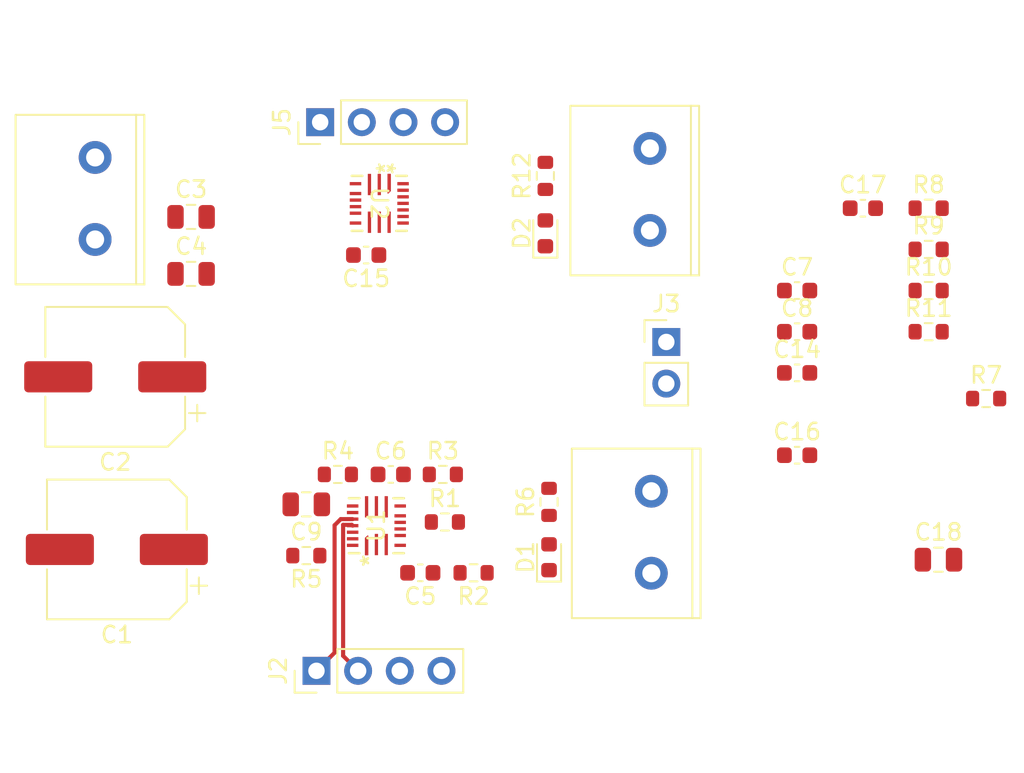
<source format=kicad_pcb>
(kicad_pcb (version 20221018) (generator pcbnew)
  (layers (0 "F.Cu" signal) (31 "B.Cu" signal) (34 "B.Paste" user) (35 "F.Paste" user) (36 "B.SilkS" user "B.Silkscreen") (37 "F.SilkS" user "F.Silkscreen") (38 "B.Mask" user) (39 "F.Mask" user) (44 "Edge.Cuts" user))
  (net 0 "")
  (net 1 "GND")
  (net 2 "/VIN")
  (net 3 "/OUT1")
  (net 4 "/OUT2")
  (net 5 "/OUT4")
  (net 6 "/OUT3")
  (net 7 "/IN1")
  (net 8 "/IN2")
  (net 9 "/EN")
  (net 10 "/NFAULT")
  (net 11 "/IN3")
  (net 12 "/IN4")
  (net 13 "/EN_2")
  (net 14 "/NFAULT_2")
  (net 15 "Net-(U1-BST1)")
  (net 16 "Net-(U1-BST2)")
  (net 17 "Net-(U1-IFB)")
  (net 18 "Net-(U2-BST2)")
  (net 19 "Net-(U2-IFB)")
  (net 20 "Net-(U2-BST1)")
  (net 25 "Net-(C5-Pad1)")
  (net 26 "Net-(C7-Pad2)")
  (net 27 "Net-(D1-A)")
  (net 28 "Net-(C14-Pad1)")
  (net 29 "Net-(C16-Pad2)")
  (net 30 "Net-(D2-A)")
  (net 31 "/ISET")
  (net 32 "/ISET_2")
  (net 33 "Net-(D1-K)")
  (net 34 "Net-(D2-K)")
  (footprint "Resistor_SMD:R_0603_1608Metric" (layer "F.Cu") (at 126.15 83.95)
    (fp_text reference "R7" (at 0 -1.43) (layer "F.SilkS"))
    (fp_text value "50mΩ")
    (fp_line (start -0.237258 -0.5225) (end 0.237258 -0.5225) (stroke (width 0.12)) (layer "F.SilkS"))
    (fp_line (start -0.237258 0.5225) (end 0.237258 0.5225) (stroke (width 0.12)) (layer "F.SilkS"))
    (pad "1" smd roundrect (at -0.825 0) (size 0.8 0.95) (layers "F.Cu" "F.Paste" "F.Mask") (net 19 "Net-(U2-IFB)"))
    (pad "2" smd roundrect (at 0.825 0) (size 0.8 0.95) (layers "F.Cu" "F.Paste" "F.Mask") (net 1 "GND"))
  )
  (footprint "Capacitor_SMD:C_0603_1608Metric" (layer "F.Cu") (at 114.625 82.385)
    (fp_text reference "C14" (at 0 -1.43) (layer "F.SilkS"))
    (fp_text value "0.1uF")
    (fp_line (start -0.14058 -0.51) (end 0.14058 -0.51) (stroke (width 0.12)) (layer "F.SilkS"))
    (fp_line (start -0.14058 0.51) (end 0.14058 0.51) (stroke (width 0.12)) (layer "F.SilkS"))
    (pad "1" smd roundrect (at -0.775 0) (size 0.9 0.95) (layers "F.Cu" "F.Paste" "F.Mask") (net 28 "Net-(C14-Pad1)"))
    (pad "2" smd roundrect (at 0.775 0) (size 0.9 0.95) (layers "F.Cu" "F.Paste" "F.Mask") (net 5 "/OUT4"))
  )
  (footprint "Resistor_SMD:R_0603_1608Metric" (layer "F.Cu") (at 94.9 94.575 180)
    (fp_text reference "R2" (at 0 -1.43) (layer "F.SilkS"))
    (fp_text value "10Ω")
    (fp_line (start -0.237258 -0.5225) (end 0.237258 -0.5225) (stroke (width 0.12)) (layer "F.SilkS"))
    (fp_line (start -0.237258 0.5225) (end 0.237258 0.5225) (stroke (width 0.12)) (layer "F.SilkS"))
    (pad "1" smd roundrect (at -0.825 0 180) (size 0.8 0.95) (layers "F.Cu" "F.Paste" "F.Mask") (net 16 "Net-(U1-BST2)"))
    (pad "2" smd roundrect (at 0.825 0 180) (size 0.8 0.95) (layers "F.Cu" "F.Paste" "F.Mask") (net 25 "Net-(C5-Pad1)"))
  )
  (footprint "Resistor_SMD:R_0603_1608Metric" (layer "F.Cu") (at 86.625 88.575)
    (fp_text reference "R4" (at 0 -1.43) (layer "F.SilkS"))
    (fp_text value "100kΩ")
    (fp_line (start -0.237258 -0.5225) (end 0.237258 -0.5225) (stroke (width 0.12)) (layer "F.SilkS"))
    (fp_line (start -0.237258 0.5225) (end 0.237258 0.5225) (stroke (width 0.12)) (layer "F.SilkS"))
    (pad "1" smd roundrect (at -0.825 0) (size 0.8 0.95) (layers "F.Cu" "F.Paste" "F.Mask") (net 27 "Net-(D1-A)"))
    (pad "2" smd roundrect (at 0.825 0) (size 0.8 0.95) (layers "F.Cu" "F.Paste" "F.Mask") (net 10 "/NFAULT"))
  )
  (footprint "motordrivers:QFN-19_MP6619" (layer "F.Cu") (at 89.15 72.05 -90)
    (fp_text reference "U2" (at 0 0 -90 unlocked) (layer "F.SilkS"))
    (fp_text value "MP6619GQ-P")
    (fp_text user "*" (at -2.135 -0.4 90) (layer "F.SilkS"))
    (fp_text user "*" (at -2.135 -0.4 -90 unlocked) (layer "F.SilkS"))
    (fp_poly (pts (xy -0.75 -0.699999) (xy -0.6 -0.549999) (xy -0.6 -0.499999) (xy -1.8 -0.499999) (xy -1.8 -0.699999)) (fill solid) (layer "F.Cu"))
    (fp_poly (pts (xy -0.75 -0.699999) (xy -0.6 -0.549999) (xy -0.6 -0.499999) (xy -1.8 -0.499999) (xy -1.8 -0.699999)) (fill solid) (layer "F.Cu"))
    (fp_line (start -1.6764 -1.032739) (end -1.6764 -1.6764) (stroke (width 0.1524)) (layer "F.SilkS"))
    (fp_line (start -1.6764 1.6764) (end -1.6764 1.032739) (stroke (width 0.1524)) (layer "F.SilkS"))
    (fp_line (start 1.6764 -1.6764) (end 1.6764 -1.032739) (stroke (width 0.1524)) (layer "F.SilkS"))
    (fp_line (start 1.6764 1.032739) (end 1.6764 1.6764) (stroke (width 0.1524)) (layer "F.SilkS"))
    (pad "1" smd rect (at -1.15 -0.599999 270) (size 0.127 0.127) (layers "F.Cu" "F.Paste" "F.Mask") (net 19 "Net-(U2-IFB)"))
    (pad "2" smd rect (at -1.15 0 270) (size 1.3 0.2) (layers "F.Cu" "F.Paste" "F.Mask") (net 2 "/VIN"))
    (pad "3" smd rect (at -1.15 0.599999 270) (size 1.3 0.2) (layers "F.Cu" "F.Paste" "F.Mask") (net 5 "/OUT4"))
    (pad "4" smd rect (at -1.2 1.45) (size 0.7 0.2) (layers "F.Cu" "F.Paste" "F.Mask") (net 18 "Net-(U2-BST2)"))
    (pad "5" smd rect (at -0.600001 1.45) (size 0.7 0.2) (layers "F.Cu" "F.Paste" "F.Mask") (net 13 "/EN_2"))
    (pad "6" smd rect (at -0.199999 1.45) (size 0.7 0.2) (layers "F.Cu" "F.Paste" "F.Mask") (net 19 "Net-(U2-IFB)"))
    (pad "7" smd rect (at 0.2 1.45) (size 0.7 0.2) (layers "F.Cu" "F.Paste" "F.Mask") (net 19 "Net-(U2-IFB)"))
    (pad "8" smd rect (at 0.599999 1.45) (size 0.7 0.2) (layers "F.Cu" "F.Paste" "F.Mask") (net 19 "Net-(U2-IFB)"))
    (pad "9" smd rect (at 1.200001 1.45) (size 0.7 0.2) (layers "F.Cu" "F.Paste" "F.Mask") (net 20 "Net-(U2-BST1)"))
    (pad "10" smd rect (at 1.15 0.599999 270) (size 1.3 0.2) (layers "F.Cu" "F.Paste" "F.Mask") (net 6 "/OUT3"))
    (pad "11" smd rect (at 1.15 0 270) (size 1.3 0.2) (layers "F.Cu" "F.Paste" "F.Mask") (net 2 "/VIN"))
    (pad "12" smd rect (at 1.15 -0.599999 270) (size 1.3 0.2) (layers "F.Cu" "F.Paste" "F.Mask"))
    (pad "13" smd rect (at 1.2 -1.45) (size 0.7 0.2) (layers "F.Cu" "F.Paste" "F.Mask") (net 14 "/NFAULT_2"))
    (pad "14" smd rect (at 0.800001 -1.45) (size 0.7 0.2) (layers "F.Cu" "F.Paste" "F.Mask") (net 30 "Net-(D2-A)"))
    (pad "15" smd rect (at 0.399999 -1.45) (size 0.7 0.2) (layers "F.Cu" "F.Paste" "F.Mask") (net 11 "/IN3"))
    (pad "16" smd rect (at 0 -1.45) (size 0.7 0.2) (layers "F.Cu" "F.Paste" "F.Mask") (net 12 "/IN4"))
    (pad "17" smd rect (at -0.399999 -1.45) (size 0.7 0.2) (layers "F.Cu" "F.Paste" "F.Mask") (net 32 "/ISET_2"))
    (pad "18" smd rect (at -0.800001 -1.45) (size 0.7 0.2) (layers "F.Cu" "F.Paste" "F.Mask"))
    (pad "19" smd rect (at -1.2 -1.45) (size 0.7 0.2) (layers "F.Cu" "F.Paste" "F.Mask") (net 1 "GND"))
  )
  (footprint "Capacitor_SMD:C_0805_2012Metric" (layer "F.Cu") (at 123.242299 93.7744)
    (fp_text reference "C18" (at 0 -1.68) (layer "F.SilkS"))
    (fp_text value "1 uF")
    (fp_line (start -0.261252 -0.735) (end 0.261252 -0.735) (stroke (width 0.12)) (layer "F.SilkS"))
    (fp_line (start -0.261252 0.735) (end 0.261252 0.735) (stroke (width 0.12)) (layer "F.SilkS"))
    (pad "1" smd roundrect (at -0.95 0) (size 1 1.45) (layers "F.Cu" "F.Paste" "F.Mask") (net 30 "Net-(D2-A)"))
    (pad "2" smd roundrect (at 0.95 0) (size 1 1.45) (layers "F.Cu" "F.Paste" "F.Mask") (net 1 "GND"))
  )
  (footprint "Connector_PinHeader_2.54mm:PinHeader_1x04_P2.54mm_Vertical" (layer "F.Cu") (at 85.545 67.1 90)
    (fp_text reference "J5" (at 0 -2.33 90) (layer "F.SilkS"))
    (fp_text value "Conn_01x04_Pin")
    (fp_line (start -1.33 -1.33) (end 0 -1.33) (stroke (width 0.12)) (layer "F.SilkS"))
    (fp_line (start -1.33 0) (end -1.33 -1.33) (stroke (width 0.12)) (layer "F.SilkS"))
    (fp_line (start -1.33 1.27) (end -1.33 8.95) (stroke (width 0.12)) (layer "F.SilkS"))
    (fp_line (start -1.33 1.27) (end 1.33 1.27) (stroke (width 0.12)) (layer "F.SilkS"))
    (fp_line (start -1.33 8.95) (end 1.33 8.95) (stroke (width 0.12)) (layer "F.SilkS"))
    (fp_line (start 1.33 1.27) (end 1.33 8.95) (stroke (width 0.12)) (layer "F.SilkS"))
    (pad "1" thru_hole rect (at 0 0 90) (size 1.7 1.7) (drill 1) (layers "*.Cu" "*.Mask") (net 11 "/IN3"))
    (pad "2" thru_hole oval (at 0 2.54 90) (size 1.7 1.7) (drill 1) (layers "*.Cu" "*.Mask") (net 12 "/IN4"))
    (pad "3" thru_hole oval (at 0 5.08 90) (size 1.7 1.7) (drill 1) (layers "*.Cu" "*.Mask") (net 13 "/EN_2"))
    (pad "4" thru_hole oval (at 0 7.62 90) (size 1.7 1.7) (drill 1) (layers "*.Cu" "*.Mask") (net 14 "/NFAULT_2"))
  )
  (footprint "motordrivers:QFN-19_MP6619" (layer "F.Cu") (at 88.975 91.7 90)
    (fp_text reference "U1" (at 0 0 90 unlocked) (layer "F.SilkS"))
    (fp_text value "MP6619GQ-P")
    (fp_text user "*" (at -2.135 -0.4 90 unlocked) (layer "F.SilkS"))
    (fp_text user "*" (at -2.135 -0.4 90) (layer "F.SilkS"))
    (fp_poly (pts (xy -0.75 -0.699999) (xy -0.6 -0.549999) (xy -0.6 -0.499999) (xy -1.8 -0.499999) (xy -1.8 -0.699999)) (fill solid) (layer "F.Cu"))
    (fp_poly (pts (xy -0.75 -0.699999) (xy -0.6 -0.549999) (xy -0.6 -0.499999) (xy -1.8 -0.499999) (xy -1.8 -0.699999)) (fill solid) (layer "F.Cu"))
    (fp_line (start -1.6764 -1.032739) (end -1.6764 -1.6764) (stroke (width 0.1524)) (layer "F.SilkS"))
    (fp_line (start -1.6764 1.6764) (end -1.6764 1.032739) (stroke (width 0.1524)) (layer "F.SilkS"))
    (fp_line (start 1.6764 -1.6764) (end 1.6764 -1.032739) (stroke (width 0.1524)) (layer "F.SilkS"))
    (fp_line (start 1.6764 1.032739) (end 1.6764 1.6764) (stroke (width 0.1524)) (layer "F.SilkS"))
    (pad "1" smd rect (at -1.15 -0.599999 90) (size 0.127 0.127) (layers "F.Cu" "F.Paste" "F.Mask") (net 17 "Net-(U1-IFB)"))
    (pad "2" smd rect (at -1.15 0 90) (size 1.3 0.2) (layers "F.Cu" "F.Paste" "F.Mask") (net 2 "/VIN"))
    (pad "3" smd rect (at -1.15 0.599999 90) (size 1.3 0.2) (layers "F.Cu" "F.Paste" "F.Mask") (net 4 "/OUT2"))
    (pad "4" smd rect (at -1.2 1.45 180) (size 0.7 0.2) (layers "F.Cu" "F.Paste" "F.Mask") (net 16 "Net-(U1-BST2)"))
    (pad "5" smd rect (at -0.600001 1.45 180) (size 0.7 0.2) (layers "F.Cu" "F.Paste" "F.Mask") (net 9 "/EN"))
    (pad "6" smd rect (at -0.199999 1.45 180) (size 0.7 0.2) (layers "F.Cu" "F.Paste" "F.Mask") (net 17 "Net-(U1-IFB)"))
    (pad "7" smd rect (at 0.2 1.45 180) (size 0.7 0.2) (layers "F.Cu" "F.Paste" "F.Mask") (net 17 "Net-(U1-IFB)"))
    (pad "8" smd rect (at 0.599999 1.45 180) (size 0.7 0.2) (layers "F.Cu" "F.Paste" "F.Mask") (net 17 "Net-(U1-IFB)"))
    (pad "9" smd rect (at 1.200001 1.45 180) (size 0.7 0.2) (layers "F.Cu" "F.Paste" "F.Mask") (net 15 "Net-(U1-BST1)"))
    (pad "10" smd rect (at 1.15 0.599999 90) (size 1.3 0.2) (layers "F.Cu" "F.Paste" "F.Mask") (net 3 "/OUT1"))
    (pad "11" smd rect (at 1.15 0 90) (size 1.3 0.2) (layers "F.Cu" "F.Paste" "F.Mask") (net 2 "/VIN"))
    (pad "12" smd rect (at 1.15 -0.599999 90) (size 1.3 0.2) (layers "F.Cu" "F.Paste" "F.Mask"))
    (pad "13" smd rect (at 1.2 -1.45 180) (size 0.7 0.2) (layers "F.Cu" "F.Paste" "F.Mask") (net 10 "/NFAULT"))
    (pad "14" smd rect (at 0.800001 -1.45 180) (size 0.7 0.2) (layers "F.Cu" "F.Paste" "F.Mask") (net 27 "Net-(D1-A)"))
    (pad "15" smd rect (at 0.399999 -1.45 180) (size 0.7 0.2) (layers "F.Cu" "F.Paste" "F.Mask") (net 7 "/IN1"))
    (pad "16" smd rect (at 0 -1.45 180) (size 0.7 0.2) (layers "F.Cu" "F.Paste" "F.Mask") (net 8 "/IN2"))
    (pad "17" smd rect (at -0.399999 -1.45 180) (size 0.7 0.2) (layers "F.Cu" "F.Paste" "F.Mask") (net 31 "/ISET"))
    (pad "18" smd rect (at -0.800001 -1.45 180) (size 0.7 0.2) (layers "F.Cu" "F.Paste" "F.Mask"))
    (pad "19" smd rect (at -1.2 -1.45 180) (size 0.7 0.2) (layers "F.Cu" "F.Paste" "F.Mask") (net 1 "GND"))
  )
  (footprint "Resistor_SMD:R_0603_1608Metric" (layer "F.Cu") (at 99.5 90.25 90)
    (fp_text reference "R6" (at 0 -1.43 90) (layer "F.SilkS"))
    (fp_text value "500Ω")
    (fp_line (start -0.237258 -0.5225) (end 0.237258 -0.5225) (stroke (width 0.12)) (layer "F.SilkS"))
    (fp_line (start -0.237258 0.5225) (end 0.237258 0.5225) (stroke (width 0.12)) (layer "F.SilkS"))
    (pad "1" smd roundrect (at -0.825 0 90) (size 0.8 0.95) (layers "F.Cu" "F.Paste" "F.Mask") (net 33 "Net-(D1-K)"))
    (pad "2" smd roundrect (at 0.825 0 90) (size 0.8 0.95) (layers "F.Cu" "F.Paste" "F.Mask") (net 1 "GND"))
  )
  (footprint "Capacitor_SMD:C_0603_1608Metric" (layer "F.Cu") (at 88.35 75.2 180)
    (fp_text reference "C15" (at 0 -1.43) (layer "F.SilkS"))
    (fp_text value "0.1uF")
    (fp_line (start -0.14058 -0.51) (end 0.14058 -0.51) (stroke (width 0.12)) (layer "F.SilkS"))
    (fp_line (start -0.14058 0.51) (end 0.14058 0.51) (stroke (width 0.12)) (layer "F.SilkS"))
    (pad "1" smd roundrect (at -0.775 0 180) (size 0.9 0.95) (layers "F.Cu" "F.Paste" "F.Mask") (net 2 "/VIN"))
    (pad "2" smd roundrect (at 0.775 0 180) (size 0.9 0.95) (layers "F.Cu" "F.Paste" "F.Mask") (net 1 "GND"))
  )
  (footprint "Capacitor_SMD:C_0603_1608Metric" (layer "F.Cu") (at 89.85 88.575)
    (fp_text reference "C6" (at 0 -1.43) (layer "F.SilkS"))
    (fp_text value "0.1uF")
    (fp_line (start -0.14058 -0.51) (end 0.14058 -0.51) (stroke (width 0.12)) (layer "F.SilkS"))
    (fp_line (start -0.14058 0.51) (end 0.14058 0.51) (stroke (width 0.12)) (layer "F.SilkS"))
    (pad "1" smd roundrect (at -0.775 0) (size 0.9 0.95) (layers "F.Cu" "F.Paste" "F.Mask") (net 2 "/VIN"))
    (pad "2" smd roundrect (at 0.775 0) (size 0.9 0.95) (layers "F.Cu" "F.Paste" "F.Mask") (net 1 "GND"))
  )
  (footprint "Resistor_SMD:R_0603_1608Metric" (layer "F.Cu") (at 122.645 72.345)
    (fp_text reference "R8" (at 0 -1.43) (layer "F.SilkS"))
    (fp_text value "10Ω")
    (fp_line (start -0.237258 -0.5225) (end 0.237258 -0.5225) (stroke (width 0.12)) (layer "F.SilkS"))
    (fp_line (start -0.237258 0.5225) (end 0.237258 0.5225) (stroke (width 0.12)) (layer "F.SilkS"))
    (pad "1" smd roundrect (at -0.825 0) (size 0.8 0.95) (layers "F.Cu" "F.Paste" "F.Mask") (net 18 "Net-(U2-BST2)"))
    (pad "2" smd roundrect (at 0.825 0) (size 0.8 0.95) (layers "F.Cu" "F.Paste" "F.Mask") (net 28 "Net-(C14-Pad1)"))
  )
  (footprint "Capacitor_SMD:C_0805_2012Metric" (layer "F.Cu") (at 84.7 90.4 180)
    (fp_text reference "C9" (at 0 -1.68) (layer "F.SilkS"))
    (fp_text value "1 uF")
    (fp_line (start -0.261252 -0.735) (end 0.261252 -0.735) (stroke (width 0.12)) (layer "F.SilkS"))
    (fp_line (start -0.261252 0.735) (end 0.261252 0.735) (stroke (width 0.12)) (layer "F.SilkS"))
    (pad "1" smd roundrect (at -0.95 0 180) (size 1 1.45) (layers "F.Cu" "F.Paste" "F.Mask") (net 27 "Net-(D1-A)"))
    (pad "2" smd roundrect (at 0.95 0 180) (size 1 1.45) (layers "F.Cu" "F.Paste" "F.Mask") (net 1 "GND"))
  )
  (footprint "PicoShieldHeaders:TCxx03_5mm_2x1" (layer "F.Cu") (at 111.4375 92.1 90)
    (fp_text reference "J4" hide)
    (fp_text value "Screw_Terminal_01x02")
    (fp_line (start -5.2 -3.2) (end 5.1 -3.2) (stroke (width 0.12)) (layer "F.SilkS"))
    (fp_rect (start -5.2378 -2.7) (end 5.1 -10.5486) (stroke (width 0.12)) (fill none) (layer "F.SilkS"))
    (pad "1" thru_hole circle (at -2.5 -5.7 90) (size 2 2) (drill 1.1) (layers "*.Cu" "*.Mask") (net 3 "/OUT1"))
    (pad "2" thru_hole circle (at 2.5 -5.7 90) (size 2 2) (drill 1.1) (layers "*.Cu" "*.Mask") (net 4 "/OUT2"))
  )
  (footprint "Capacitor_SMD:C_0603_1608Metric" (layer "F.Cu") (at 114.625 77.365)
    (fp_text reference "C7" (at 0 -1.43) (layer "F.SilkS"))
    (fp_text value "0.1uF")
    (fp_line (start -0.14058 -0.51) (end 0.14058 -0.51) (stroke (width 0.12)) (layer "F.SilkS"))
    (fp_line (start -0.14058 0.51) (end 0.14058 0.51) (stroke (width 0.12)) (layer "F.SilkS"))
    (pad "1" smd roundrect (at -0.775 0) (size 0.9 0.95) (layers "F.Cu" "F.Paste" "F.Mask") (net 3 "/OUT1"))
    (pad "2" smd roundrect (at 0.775 0) (size 0.9 0.95) (layers "F.Cu" "F.Paste" "F.Mask") (net 26 "Net-(C7-Pad2)"))
  )
  (footprint "Diode_SMD:D_0603_1608Metric" (layer "F.Cu") (at 99.275 73.875 90)
    (fp_text reference "D2" (at 0 -1.43 90) (layer "F.SilkS"))
    (fp_text value "LED")
    (fp_line (start -1.485 -0.735) (end -1.485 0.735) (stroke (width 0.12)) (layer "F.SilkS"))
    (fp_line (start -1.485 0.735) (end 0.8 0.735) (stroke (width 0.12)) (layer "F.SilkS"))
    (fp_line (start 0.8 -0.735) (end -1.485 -0.735) (stroke (width 0.12)) (layer "F.SilkS"))
    (pad "1" smd roundrect (at -0.7875 0 90) (size 0.875 0.95) (layers "F.Cu" "F.Paste" "F.Mask") (net 34 "Net-(D2-K)"))
    (pad "2" smd roundrect (at 0.7875 0 90) (size 0.875 0.95) (layers "F.Cu" "F.Paste" "F.Mask") (net 30 "Net-(D2-A)"))
  )
  (footprint "Diode_SMD:D_0603_1608Metric" (layer "F.Cu") (at 99.5 93.625 90)
    (fp_text reference "D1" (at 0 -1.43 90) (layer "F.SilkS"))
    (fp_text value "LED")
    (fp_line (start -1.485 -0.735) (end -1.485 0.735) (stroke (width 0.12)) (layer "F.SilkS"))
    (fp_line (start -1.485 0.735) (end 0.8 0.735) (stroke (width 0.12)) (layer "F.SilkS"))
    (fp_line (start 0.8 -0.735) (end -1.485 -0.735) (stroke (width 0.12)) (layer "F.SilkS"))
    (pad "1" smd roundrect (at -0.7875 0 90) (size 0.875 0.95) (layers "F.Cu" "F.Paste" "F.Mask") (net 33 "Net-(D1-K)"))
    (pad "2" smd roundrect (at 0.7875 0 90) (size 0.875 0.95) (layers "F.Cu" "F.Paste" "F.Mask") (net 27 "Net-(D1-A)"))
  )
  (footprint "Resistor_SMD:R_0603_1608Metric" (layer "F.Cu") (at 122.645 79.875)
    (fp_text reference "R11" (at 0 -1.43) (layer "F.SilkS"))
    (fp_text value "100kΩ")
    (fp_line (start -0.237258 -0.5225) (end 0.237258 -0.5225) (stroke (width 0.12)) (layer "F.SilkS"))
    (fp_line (start -0.237258 0.5225) (end 0.237258 0.5225) (stroke (width 0.12)) (layer "F.SilkS"))
    (pad "1" smd roundrect (at -0.825 0) (size 0.8 0.95) (layers "F.Cu" "F.Paste" "F.Mask") (net 32 "/ISET_2"))
    (pad "2" smd roundrect (at 0.825 0) (size 0.8 0.95) (layers "F.Cu" "F.Paste" "F.Mask") (net 1 "GND"))
  )
  (footprint "Capacitor_SMD:CP_Elec_8x11.9" (layer "F.Cu") (at 73.05 82.625 180)
    (fp_text reference "C2" (at 0 -5.2) (layer "F.SilkS"))
    (fp_text value "100uF")
    (fp_line (start -5.5 -2.21) (end -4.5 -2.21) (stroke (width 0.12)) (layer "F.SilkS"))
    (fp_line (start -5 -2.71) (end -5 -1.71) (stroke (width 0.12)) (layer "F.SilkS"))
    (fp_line (start -4.26 -3.195563) (end -4.26 -1.21) (stroke (width 0.12)) (layer "F.SilkS"))
    (fp_line (start -4.26 -3.195563) (end -3.195563 -4.26) (stroke (width 0.12)) (layer "F.SilkS"))
    (fp_line (start -4.26 3.195563) (end -4.26 1.21) (stroke (width 0.12)) (layer "F.SilkS"))
    (fp_line (start -4.26 3.195563) (end -3.195563 4.26) (stroke (width 0.12)) (layer "F.SilkS"))
    (fp_line (start -3.195563 -4.26) (end 4.26 -4.26) (stroke (width 0.12)) (layer "F.SilkS"))
    (fp_line (start -3.195563 4.26) (end 4.26 4.26) (stroke (width 0.12)) (layer "F.SilkS"))
    (fp_line (start 4.26 -4.26) (end 4.26 -1.21) (stroke (width 0.12)) (layer "F.SilkS"))
    (fp_line (start 4.26 4.26) (end 4.26 1.21) (stroke (width 0.12)) (layer "F.SilkS"))
    (pad "1" smd roundrect (at -3.475 0 180) (size 4.15 1.9) (layers "F.Cu" "F.Paste" "F.Mask") (roundrect_rratio 0.131579) (net 2 "/VIN"))
    (pad "2" smd roundrect (at 3.475 0 180) (size 4.15 1.9) (layers "F.Cu" "F.Paste" "F.Mask") (roundrect_rratio 0.131579) (net 1 "GND"))
  )
  (footprint "Resistor_SMD:R_0603_1608Metric" (layer "F.Cu") (at 122.645 74.855)
    (fp_text reference "R9" (at 0 -1.43) (layer "F.SilkS"))
    (fp_text value "10Ω")
    (fp_line (start -0.237258 -0.5225) (end 0.237258 -0.5225) (stroke (width 0.12)) (layer "F.SilkS"))
    (fp_line (start -0.237258 0.5225) (end 0.237258 0.5225) (stroke (width 0.12)) (layer "F.SilkS"))
    (pad "1" smd roundrect (at -0.825 0) (size 0.8 0.95) (layers "F.Cu" "F.Paste" "F.Mask") (net 20 "Net-(U2-BST1)"))
    (pad "2" smd roundrect (at 0.825 0) (size 0.8 0.95) (layers "F.Cu" "F.Paste" "F.Mask") (net 29 "Net-(C16-Pad2)"))
  )
  (footprint "Resistor_SMD:R_0603_1608Metric" (layer "F.Cu") (at 99.275 70.375 90)
    (fp_text reference "R12" (at 0 -1.43 90) (layer "F.SilkS"))
    (fp_text value "500Ω")
    (fp_line (start -0.237258 -0.5225) (end 0.237258 -0.5225) (stroke (width 0.12)) (layer "F.SilkS"))
    (fp_line (start -0.237258 0.5225) (end 0.237258 0.5225) (stroke (width 0.12)) (layer "F.SilkS"))
    (pad "1" smd roundrect (at -0.825 0 90) (size 0.8 0.95) (layers "F.Cu" "F.Paste" "F.Mask") (net 34 "Net-(D2-K)"))
    (pad "2" smd roundrect (at 0.825 0 90) (size 0.8 0.95) (layers "F.Cu" "F.Paste" "F.Mask") (net 1 "GND"))
  )
  (footprint "Resistor_SMD:R_0603_1608Metric" (layer "F.Cu") (at 84.7 93.525 180)
    (fp_text reference "R5" (at 0 -1.43) (layer "F.SilkS"))
    (fp_text value "100kΩ")
    (fp_line (start -0.237258 -0.5225) (end 0.237258 -0.5225) (stroke (width 0.12)) (layer "F.SilkS"))
    (fp_line (start -0.237258 0.5225) (end 0.237258 0.5225) (stroke (width 0.12)) (layer "F.SilkS"))
    (pad "1" smd roundrect (at -0.825 0 180) (size 0.8 0.95) (layers "F.Cu" "F.Paste" "F.Mask") (net 31 "/ISET"))
    (pad "2" smd roundrect (at 0.825 0 180) (size 0.8 0.95) (layers "F.Cu" "F.Paste" "F.Mask") (net 1 "GND"))
  )
  (footprint "Resistor_SMD:R_0603_1608Metric" (layer "F.Cu") (at 93.15 91.475)
    (fp_text reference "R1" (at 0 -1.43) (layer "F.SilkS"))
    (fp_text value "50mΩ")
    (fp_line (start -0.237258 -0.5225) (end 0.237258 -0.5225) (stroke (width 0.12)) (layer "F.SilkS"))
    (fp_line (start -0.237258 0.5225) (end 0.237258 0.5225) (stroke (width 0.12)) (layer "F.SilkS"))
    (pad "1" smd roundrect (at -0.825 0) (size 0.8 0.95) (layers "F.Cu" "F.Paste" "F.Mask") (net 17 "Net-(U1-IFB)"))
    (pad "2" smd roundrect (at 0.825 0) (size 0.8 0.95) (layers "F.Cu" "F.Paste" "F.Mask") (net 1 "GND"))
  )
  (footprint "Capacitor_SMD:C_0805_2012Metric" (layer "F.Cu") (at 77.675 76.35)
    (fp_text reference "C4" (at 0 -1.68) (layer "F.SilkS"))
    (fp_text value "4.7uF")
    (fp_line (start -0.261252 -0.735) (end 0.261252 -0.735) (stroke (width 0.12)) (layer "F.SilkS"))
    (fp_line (start -0.261252 0.735) (end 0.261252 0.735) (stroke (width 0.12)) (layer "F.SilkS"))
    (pad "1" smd roundrect (at -0.95 0) (size 1 1.45) (layers "F.Cu" "F.Paste" "F.Mask") (net 2 "/VIN"))
    (pad "2" smd roundrect (at 0.95 0) (size 1 1.45) (layers "F.Cu" "F.Paste" "F.Mask") (net 1 "GND"))
  )
  (footprint "Resistor_SMD:R_0603_1608Metric" (layer "F.Cu") (at 122.645 77.365)
    (fp_text reference "R10" (at 0 -1.43) (layer "F.SilkS"))
    (fp_text value "100kΩ")
    (fp_line (start -0.237258 -0.5225) (end 0.237258 -0.5225) (stroke (width 0.12)) (layer "F.SilkS"))
    (fp_line (start -0.237258 0.5225) (end 0.237258 0.5225) (stroke (width 0.12)) (layer "F.SilkS"))
    (pad "1" smd roundrect (at -0.825 0) (size 0.8 0.95) (layers "F.Cu" "F.Paste" "F.Mask") (net 30 "Net-(D2-A)"))
    (pad "2" smd roundrect (at 0.825 0) (size 0.8 0.95) (layers "F.Cu" "F.Paste" "F.Mask") (net 14 "/NFAULT_2"))
  )
  (footprint "PicoShieldHeaders:TCxx03_5mm_2x1" (layer "F.Cu") (at 77.525 71.75 90)
    (fp_text reference "J1" hide)
    (fp_text value "Screw_Terminal_01x02")
    (fp_line (start -5.2 -3.2) (end 5.1 -3.2) (stroke (width 0.12)) (layer "F.SilkS"))
    (fp_rect (start -5.2378 -2.7) (end 5.1 -10.5486) (stroke (width 0.12)) (fill none) (layer "F.SilkS"))
    (pad "1" thru_hole circle (at -2.5 -5.7 90) (size 2 2) (drill 1.1) (layers "*.Cu" "*.Mask") (net 2 "/VIN"))
    (pad "2" thru_hole circle (at 2.5 -5.7 90) (size 2 2) (drill 1.1) (layers "*.Cu" "*.Mask") (net 1 "GND"))
  )
  (footprint "Capacitor_SMD:C_0603_1608Metric" (layer "F.Cu") (at 91.65 94.575 180)
    (fp_text reference "C5" (at 0 -1.43) (layer "F.SilkS"))
    (fp_text value "0.1uF")
    (fp_line (start -0.14058 -0.51) (end 0.14058 -0.51) (stroke (width 0.12)) (layer "F.SilkS"))
    (fp_line (start -0.14058 0.51) (end 0.14058 0.51) (stroke (width 0.12)) (layer "F.SilkS"))
    (pad "1" smd roundrect (at -0.775 0 180) (size 0.9 0.95) (layers "F.Cu" "F.Paste" "F.Mask") (net 25 "Net-(C5-Pad1)"))
    (pad "2" smd roundrect (at 0.775 0 180) (size 0.9 0.95) (layers "F.Cu" "F.Paste" "F.Mask") (net 4 "/OUT2"))
  )
  (footprint "PicoShieldHeaders:TCxx03_5mm_2x1" (layer "F.Cu") (at 111.35 71.2 90)
    (fp_text reference "J7" hide)
    (fp_text value "Screw_Terminal_01x02")
    (fp_line (start -5.2 -3.2) (end 5.1 -3.2) (stroke (width 0.12)) (layer "F.SilkS"))
    (fp_rect (start -5.2378 -2.7) (end 5.1 -10.5486) (stroke (width 0.12)) (fill none) (layer "F.SilkS"))
    (pad "1" thru_hole circle (at -2.5 -5.7 90) (size 2 2) (drill 1.1) (layers "*.Cu" "*.Mask") (net 6 "/OUT3"))
    (pad "2" thru_hole circle (at 2.5 -5.7 90) (size 2 2) (drill 1.1) (layers "*.Cu" "*.Mask") (net 5 "/OUT4"))
  )
  (footprint "Connector_PinHeader_2.54mm:PinHeader_1x04_P2.54mm_Vertical" (layer "F.Cu") (at 85.32 100.55 90)
    (fp_text reference "J2" (at 0 -2.33 90) (layer "F.SilkS"))
    (fp_text value "Conn_01x04_Pin")
    (fp_line (start -1.33 -1.33) (end 0 -1.33) (stroke (width 0.12)) (layer "F.SilkS"))
    (fp_line (start -1.33 0) (end -1.33 -1.33) (stroke (width 0.12)) (layer "F.SilkS"))
    (fp_line (start -1.33 1.27) (end -1.33 8.95) (stroke (width 0.12)) (layer "F.SilkS"))
    (fp_line (start -1.33 1.27) (end 1.33 1.27) (stroke (width 0.12)) (layer "F.SilkS"))
    (fp_line (start -1.33 8.95) (end 1.33 8.95) (stroke (width 0.12)) (layer "F.SilkS"))
    (fp_line (start 1.33 1.27) (end 1.33 8.95) (stroke (width 0.12)) (layer "F.SilkS"))
    (pad "1" thru_hole rect (at 0 0 90) (size 1.7 1.7) (drill 1) (layers "*.Cu" "*.Mask") (net 7 "/IN1"))
    (pad "2" thru_hole oval (at 0 2.54 90) (size 1.7 1.7) (drill 1) (layers "*.Cu" "*.Mask") (net 8 "/IN2"))
    (pad "3" thru_hole oval (at 0 5.08 90) (size 1.7 1.7) (drill 1) (layers "*.Cu" "*.Mask") (net 9 "/EN"))
    (pad "4" thru_hole oval (at 0 7.62 90) (size 1.7 1.7) (drill 1) (layers "*.Cu" "*.Mask") (net 10 "/NFAULT"))
  )
  (footprint "Capacitor_SMD:C_0805_2012Metric" (layer "F.Cu") (at 77.675 72.875)
    (fp_text reference "C3" (at 0 -1.68) (layer "F.SilkS"))
    (fp_text value "4.7uF")
    (fp_line (start -0.261252 -0.735) (end 0.261252 -0.735) (stroke (width 0.12)) (layer "F.SilkS"))
    (fp_line (start -0.261252 0.735) (end 0.261252 0.735) (stroke (width 0.12)) (layer "F.SilkS"))
    (pad "1" smd roundrect (at -0.95 0) (size 1 1.45) (layers "F.Cu" "F.Paste" "F.Mask") (net 2 "/VIN"))
    (pad "2" smd roundrect (at 0.95 0) (size 1 1.45) (layers "F.Cu" "F.Paste" "F.Mask") (net 1 "GND"))
  )
  (footprint "Capacitor_SMD:C_0603_1608Metric" (layer "F.Cu") (at 114.625 87.405)
    (fp_text reference "C16" (at 0 -1.43) (layer "F.SilkS"))
    (fp_text value "0.1uF")
    (fp_line (start -0.14058 -0.51) (end 0.14058 -0.51) (stroke (width 0.12)) (layer "F.SilkS"))
    (fp_line (start -0.14058 0.51) (end 0.14058 0.51) (stroke (width 0.12)) (layer "F.SilkS"))
    (pad "1" smd roundrect (at -0.775 0) (size 0.9 0.95) (layers "F.Cu" "F.Paste" "F.Mask") (net 6 "/OUT3"))
    (pad "2" smd roundrect (at 0.775 0) (size 0.9 0.95) (layers "F.Cu" "F.Paste" "F.Mask") (net 29 "Net-(C16-Pad2)"))
  )
  (footprint "Resistor_SMD:R_0603_1608Metric" (layer "F.Cu") (at 93.025 88.575)
    (fp_text reference "R3" (at 0 -1.43) (layer "F.SilkS"))
    (fp_text value "10Ω")
    (fp_line (start -0.237258 -0.5225) (end 0.237258 -0.5225) (stroke (width 0.12)) (layer "F.SilkS"))
    (fp_line (start -0.237258 0.5225) (end 0.237258 0.5225) (stroke (width 0.12)) (layer "F.SilkS"))
    (pad "1" smd roundrect (at -0.825 0) (size 0.8 0.95) (layers "F.Cu" "F.Paste" "F.Mask") (net 15 "Net-(U1-BST1)"))
    (pad "2" smd roundrect (at 0.825 0) (size 0.8 0.95) (layers "F.Cu" "F.Paste" "F.Mask") (net 26 "Net-(C7-Pad2)"))
  )
  (footprint "Capacitor_SMD:C_0603_1608Metric" (layer "F.Cu") (at 118.635 72.345)
    (fp_text reference "C17" (at 0 -1.43) (layer "F.SilkS"))
    (fp_text value "0.1uF")
    (fp_line (start -0.14058 -0.51) (end 0.14058 -0.51) (stroke (width 0.12)) (layer "F.SilkS"))
    (fp_line (start -0.14058 0.51) (end 0.14058 0.51) (stroke (width 0.12)) (layer "F.SilkS"))
    (pad "1" smd roundrect (at -0.775 0) (size 0.9 0.95) (layers "F.Cu" "F.Paste" "F.Mask") (net 2 "/VIN"))
    (pad "2" smd roundrect (at 0.775 0) (size 0.9 0.95) (layers "F.Cu" "F.Paste" "F.Mask") (net 1 "GND"))
  )
  (footprint "Capacitor_SMD:C_0603_1608Metric" (layer "F.Cu") (at 114.625 79.875)
    (fp_text reference "C8" (at 0 -1.43) (layer "F.SilkS"))
    (fp_text value "0.1uF")
    (fp_line (start -0.14058 -0.51) (end 0.14058 -0.51) (stroke (width 0.12)) (layer "F.SilkS"))
    (fp_line (start -0.14058 0.51) (end 0.14058 0.51) (stroke (width 0.12)) (layer "F.SilkS"))
    (pad "1" smd roundrect (at -0.775 0) (size 0.9 0.95) (layers "F.Cu" "F.Paste" "F.Mask") (net 2 "/VIN"))
    (pad "2" smd roundrect (at 0.775 0) (size 0.9 0.95) (layers "F.Cu" "F.Paste" "F.Mask") (net 1 "GND"))
  )
  (footprint "Connector_PinHeader_2.54mm:PinHeader_1x02_P2.54mm_Vertical" (layer "F.Cu") (at 106.65 80.5)
    (fp_text reference "J3" (at 0 -2.33) (layer "F.SilkS"))
    (fp_text value "Conn_01x02_Pin")
    (fp_line (start -1.33 -1.33) (end 0 -1.33) (stroke (width 0.12)) (layer "F.SilkS"))
    (fp_line (start -1.33 0) (end -1.33 -1.33) (stroke (width 0.12)) (layer "F.SilkS"))
    (fp_line (start -1.33 1.27) (end -1.33 3.87) (stroke (width 0.12)) (layer "F.SilkS"))
    (fp_line (start -1.33 1.27) (end 1.33 1.27) (stroke (width 0.12)) (layer "F.SilkS"))
    (fp_line (start -1.33 3.87) (end 1.33 3.87) (stroke (width 0.12)) (layer "F.SilkS"))
    (fp_line (start 1.33 1.27) (end 1.33 3.87) (stroke (width 0.12)) (layer "F.SilkS"))
    (pad "1" thru_hole rect (at 0 0) (size 1.7 1.7) (drill 1) (layers "*.Cu" "*.Mask") (net 31 "/ISET"))
    (pad "2" thru_hole oval (at 0 2.54) (size 1.7 1.7) (drill 1) (layers "*.Cu" "*.Mask") (net 32 "/ISET_2"))
  )
  (footprint "Capacitor_SMD:CP_Elec_8x11.9" (layer "F.Cu") (at 73.15 93.15 180)
    (fp_text reference "C1" (at 0 -5.2) (layer "F.SilkS"))
    (fp_text value "100uF")
    (fp_line (start -5.5 -2.21) (end -4.5 -2.21) (stroke (width 0.12)) (layer "F.SilkS"))
    (fp_line (start -5 -2.71) (end -5 -1.71) (stroke (width 0.12)) (layer "F.SilkS"))
    (fp_line (start -4.26 -3.195563) (end -4.26 -1.21) (stroke (width 0.12)) (layer "F.SilkS"))
    (fp_line (start -4.26 -3.195563) (end -3.195563 -4.26) (stroke (width 0.12)) (layer "F.SilkS"))
    (fp_line (start -4.26 3.195563) (end -4.26 1.21) (stroke (width 0.12)) (layer "F.SilkS"))
    (fp_line (start -4.26 3.195563) (end -3.195563 4.26) (stroke (width 0.12)) (layer "F.SilkS"))
    (fp_line (start -3.195563 -4.26) (end 4.26 -4.26) (stroke (width 0.12)) (layer "F.SilkS"))
    (fp_line (start -3.195563 4.26) (end 4.26 4.26) (stroke (width 0.12)) (layer "F.SilkS"))
    (fp_line (start 4.26 -4.26) (end 4.26 -1.21) (stroke (width 0.12)) (layer "F.SilkS"))
    (fp_line (start 4.26 4.26) (end 4.26 1.21) (stroke (width 0.12)) (layer "F.SilkS"))
    (pad "1" smd roundrect (at -3.475 0 180) (size 4.15 1.9) (layers "F.Cu" "F.Paste" "F.Mask") (roundrect_rratio 0.131579) (net 2 "/VIN"))
    (pad "2" smd roundrect (at 3.475 0 180) (size 4.15 1.9) (layers "F.Cu" "F.Paste" "F.Mask") (roundrect_rratio 0.131579) (net 1 "GND"))
  )
  (segment (start 86.425 91.675) (end 86.799999 91.300001) (width 0.25) (layer "F.Cu") (net 7))
  (segment (start 86.799999 91.300001) (end 87.525 91.300001) (width 0.25) (layer "F.Cu") (net 7))
  (segment (start 85.32 100.55) (end 86.425 99.445) (width 0.25) (layer "F.Cu") (net 7))
  (segment (start 86.425 99.445) (end 86.425 91.675) (width 0.25) (layer "F.Cu") (net 7))
  (segment (start 87.475001 91.650001) (end 86.944973 91.650001) (width 0.25) (layer "F.Cu") (net 8))
  (segment (start 86.944973 99.634973) (end 87.86 100.55) (width 0.25) (layer "F.Cu") (net 8))
  (segment (start 86.944973 91.650001) (end 86.944973 99.634973) (width 0.25) (layer "F.Cu") (net 8))
  (segment (start 87.525 91.7) (end 87.475001 91.650001) (width 0.25) (layer "F.Cu") (net 8))
)
</source>
